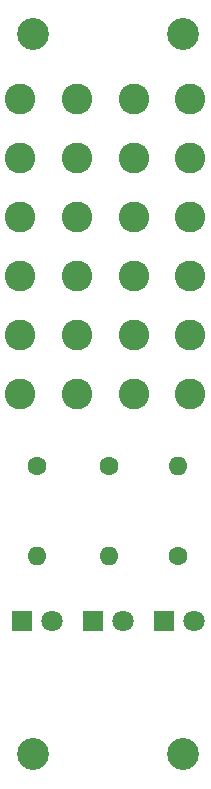
<source format=gbr>
G04 #@! TF.GenerationSoftware,KiCad,Pcbnew,(5.1.9)-1*
G04 #@! TF.CreationDate,2021-04-04T18:01:09+02:00*
G04 #@! TF.ProjectId,Power Modul Main,506f7765-7220-44d6-9f64-756c204d6169,rev?*
G04 #@! TF.SameCoordinates,Original*
G04 #@! TF.FileFunction,Soldermask,Top*
G04 #@! TF.FilePolarity,Negative*
%FSLAX46Y46*%
G04 Gerber Fmt 4.6, Leading zero omitted, Abs format (unit mm)*
G04 Created by KiCad (PCBNEW (5.1.9)-1) date 2021-04-04 18:01:09*
%MOMM*%
%LPD*%
G01*
G04 APERTURE LIST*
%ADD10C,2.600000*%
%ADD11O,1.600000X1.600000*%
%ADD12C,1.600000*%
%ADD13C,2.700000*%
%ADD14C,1.800000*%
%ADD15R,1.800000X1.800000*%
G04 APERTURE END LIST*
D10*
G04 #@! TO.C,J12*
X15900000Y-33040000D03*
X15900000Y-28040000D03*
G04 #@! TD*
G04 #@! TO.C,J11*
X11100000Y-33040000D03*
X11100000Y-28040000D03*
G04 #@! TD*
G04 #@! TO.C,J10*
X6300000Y-33040000D03*
X6300000Y-28040000D03*
G04 #@! TD*
G04 #@! TO.C,J9*
X1500000Y-33040000D03*
X1500000Y-28040000D03*
G04 #@! TD*
D11*
G04 #@! TO.C,R3*
X14859000Y-39116000D03*
D12*
X14859000Y-46736000D03*
G04 #@! TD*
D11*
G04 #@! TO.C,R2*
X9017000Y-46736000D03*
D12*
X9017000Y-39116000D03*
G04 #@! TD*
D11*
G04 #@! TO.C,R1*
X2921000Y-46736000D03*
D12*
X2921000Y-39116000D03*
G04 #@! TD*
D10*
G04 #@! TO.C,J8*
X15900000Y-23040000D03*
X15900000Y-18040000D03*
G04 #@! TD*
G04 #@! TO.C,J7*
X11100000Y-23040000D03*
X11100000Y-18040000D03*
G04 #@! TD*
G04 #@! TO.C,J6*
X6300000Y-23040000D03*
X6300000Y-18040000D03*
G04 #@! TD*
G04 #@! TO.C,J5*
X1500000Y-23040000D03*
X1500000Y-18040000D03*
G04 #@! TD*
G04 #@! TO.C,J4*
X15900000Y-8040000D03*
X15900000Y-13040000D03*
G04 #@! TD*
G04 #@! TO.C,J3*
X11100000Y-8040000D03*
X11100000Y-13040000D03*
G04 #@! TD*
G04 #@! TO.C,J2*
X6300000Y-8040000D03*
X6300000Y-13040000D03*
G04 #@! TD*
G04 #@! TO.C,J1*
X1500000Y-8040000D03*
X1500000Y-13040000D03*
G04 #@! TD*
D13*
G04 #@! TO.C,H4*
X2540000Y-63500000D03*
G04 #@! TD*
G04 #@! TO.C,H3*
X2540000Y-2540000D03*
G04 #@! TD*
G04 #@! TO.C,H2*
X15240000Y-63500000D03*
G04 #@! TD*
G04 #@! TO.C,H1*
X15240000Y-2540000D03*
G04 #@! TD*
D14*
G04 #@! TO.C,D3*
X16160000Y-52250000D03*
D15*
X13620000Y-52250000D03*
G04 #@! TD*
D14*
G04 #@! TO.C,D2*
X10160000Y-52250000D03*
D15*
X7620000Y-52250000D03*
G04 #@! TD*
D14*
G04 #@! TO.C,D1*
X4160000Y-52250000D03*
D15*
X1620000Y-52250000D03*
G04 #@! TD*
M02*

</source>
